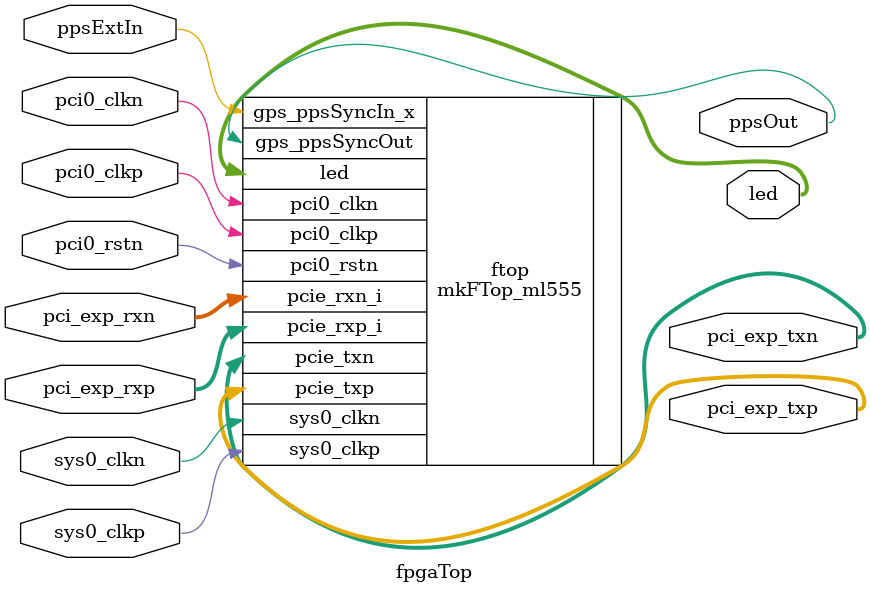
<source format=v>
/*
 * This file is protected by Copyright. Please refer to the COPYRIGHT file
 * distributed with this source distribution.
 *
 * This file is part of OpenCPI <http://www.opencpi.org>
 *
 * OpenCPI is free software: you can redistribute it and/or modify it under the
 * terms of the GNU Lesser General Public License as published by the Free
 * Software Foundation, either version 3 of the License, or (at your option) any
 * later version.
 *
 * OpenCPI is distributed in the hope that it will be useful, but WITHOUT ANY
 * WARRANTY; without even the implied warranty of MERCHANTABILITY or FITNESS FOR
 * A PARTICULAR PURPOSE. See the GNU Lesser General Public License for more
 * details.
 *
 * You should have received a copy of the GNU Lesser General Public License
 * along with this program. If not, see <http://www.gnu.org/licenses/>.
 */

// fpgaTop_ml555.v - ssiegel 2009-03-17

module fpgaTop(
  input  wire        sys0_clkp,     // sys0 Clock +
  input  wire        sys0_clkn,     // sys0 Clock -
  input  wire        pci0_clkp,     // PCIe Clock +
  input  wire        pci0_clkn,     // PCIe Clock -
  input  wire        pci0_rstn,     // PCIe Reset
  output wire [7:0]  pci_exp_txp,   // PCIe lanes...
  output wire [7:0]  pci_exp_txn,
  input  wire [7:0]  pci_exp_rxp,
  input  wire [7:0]  pci_exp_rxn,
  output wire [2:0]  led,            // LEDs ml555
  input  wire        ppsExtIn,       // PPS in
  output wire        ppsOut          // PPS out
);

// Instance and connect mkFTop...
 mkFTop_ml555 ftop(
  .sys0_clkp         (sys0_clkp),
  .sys0_clkn         (sys0_clkn),
  .pci0_clkp         (pci0_clkp),
  .pci0_clkn         (pci0_clkn),
  .pci0_rstn         (pci0_rstn),
  .pcie_rxp_i        (pci_exp_rxp),
  .pcie_rxn_i        (pci_exp_rxn),
  .pcie_txp          (pci_exp_txp),
  .pcie_txn          (pci_exp_txn),
  .led               (led),
  .gps_ppsSyncIn_x   (ppsExtIn),
  .gps_ppsSyncOut    (ppsOut) 
);

endmodule

</source>
